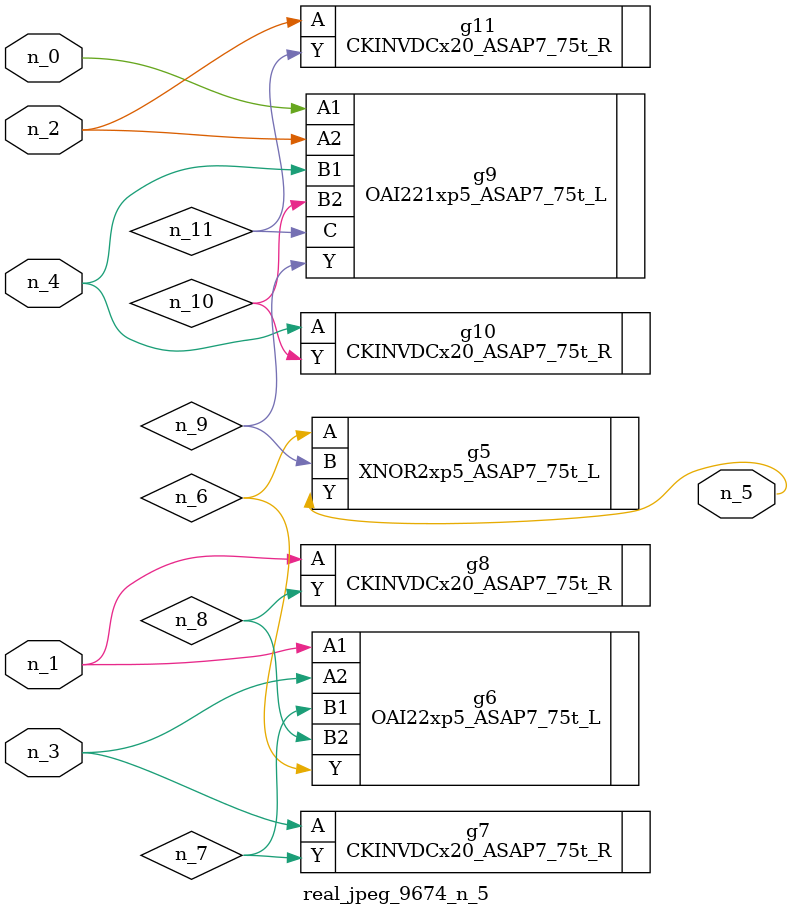
<source format=v>
module real_jpeg_9674_n_5 (n_4, n_0, n_1, n_2, n_3, n_5);

input n_4;
input n_0;
input n_1;
input n_2;
input n_3;

output n_5;

wire n_8;
wire n_11;
wire n_6;
wire n_7;
wire n_10;
wire n_9;

OAI221xp5_ASAP7_75t_L g9 ( 
.A1(n_0),
.A2(n_2),
.B1(n_4),
.B2(n_10),
.C(n_11),
.Y(n_9)
);

OAI22xp5_ASAP7_75t_L g6 ( 
.A1(n_1),
.A2(n_3),
.B1(n_7),
.B2(n_8),
.Y(n_6)
);

CKINVDCx20_ASAP7_75t_R g8 ( 
.A(n_1),
.Y(n_8)
);

CKINVDCx20_ASAP7_75t_R g11 ( 
.A(n_2),
.Y(n_11)
);

CKINVDCx20_ASAP7_75t_R g7 ( 
.A(n_3),
.Y(n_7)
);

CKINVDCx20_ASAP7_75t_R g10 ( 
.A(n_4),
.Y(n_10)
);

XNOR2xp5_ASAP7_75t_L g5 ( 
.A(n_6),
.B(n_9),
.Y(n_5)
);


endmodule
</source>
